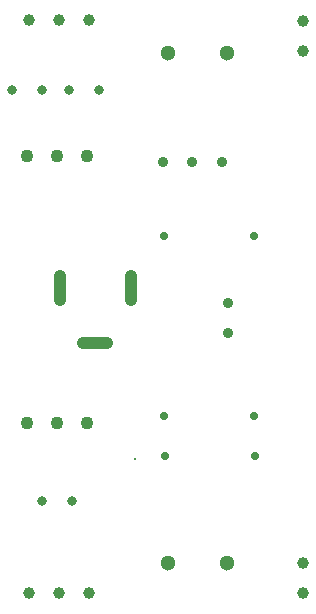
<source format=gbr>
%TF.GenerationSoftware,KiCad,Pcbnew,9.0.5*%
%TF.CreationDate,2025-11-01T14:33:04+06:00*%
%TF.ProjectId,power_supply_breadboard,706f7765-725f-4737-9570-706c795f6272,1*%
%TF.SameCoordinates,Original*%
%TF.FileFunction,Plated,1,2,PTH,Mixed*%
%TF.FilePolarity,Positive*%
%FSLAX46Y46*%
G04 Gerber Fmt 4.6, Leading zero omitted, Abs format (unit mm)*
G04 Created by KiCad (PCBNEW 9.0.5) date 2025-11-01 14:33:04*
%MOMM*%
%LPD*%
G01*
G04 APERTURE LIST*
%TA.AperFunction,ViaDrill*%
%ADD10C,0.300000*%
%TD*%
%TA.AperFunction,ComponentDrill*%
%ADD11C,0.700000*%
%TD*%
%TA.AperFunction,ComponentDrill*%
%ADD12C,0.800000*%
%TD*%
%TA.AperFunction,ComponentDrill*%
%ADD13C,0.900000*%
%TD*%
%TA.AperFunction,ComponentDrill*%
%ADD14C,1.000000*%
%TD*%
G04 aperture for slot hole*
%TA.AperFunction,ComponentDrill*%
%ADD15C,1.000000*%
%TD*%
%TA.AperFunction,ComponentDrill*%
%ADD16C,1.100000*%
%TD*%
%TA.AperFunction,ComponentDrill*%
%ADD17C,1.300000*%
%TD*%
G04 APERTURE END LIST*
D10*
X183134000Y-125476000D03*
D11*
%TO.C,R1*%
X185626612Y-106562214D03*
%TO.C,R2*%
X185648000Y-121818000D03*
%TO.C,R3*%
X185674000Y-125222000D03*
%TO.C,R1*%
X193246612Y-106562214D03*
%TO.C,R2*%
X193268000Y-121818000D03*
%TO.C,R3*%
X193294000Y-125222000D03*
D12*
%TO.C,C3*%
X172760000Y-94234000D03*
X175260000Y-94234000D03*
%TO.C,C2*%
X175300000Y-129032000D03*
%TO.C,C1*%
X177586000Y-94234000D03*
%TO.C,C2*%
X177800000Y-129032000D03*
%TO.C,C1*%
X180086000Y-94234000D03*
D13*
%TO.C,S1*%
X185500000Y-100330000D03*
X188000000Y-100330000D03*
X190500000Y-100330000D03*
%TO.C,D1*%
X191008000Y-112268000D03*
X191008000Y-114808000D03*
D14*
%TO.C,J3*%
X174188455Y-88332857D03*
%TO.C,J7*%
X174188455Y-136859153D03*
%TO.C,J3*%
X176728455Y-88332857D03*
%TO.C,J7*%
X176728455Y-136859153D03*
D15*
%TO.C,J1*%
X176784000Y-111998000D02*
X176784000Y-109998000D01*
D14*
%TO.C,J3*%
X179268455Y-88332857D03*
%TO.C,J7*%
X179268455Y-136859153D03*
D15*
%TO.C,J1*%
X180784000Y-115698000D02*
X178784000Y-115698000D01*
X182784000Y-111998000D02*
X182784000Y-109998000D01*
D14*
%TO.C,J6*%
X197355673Y-88382001D03*
X197355673Y-90922001D03*
%TO.C,J4*%
X197355673Y-134327825D03*
X197355673Y-136867825D03*
D16*
%TO.C,U2*%
X173990000Y-99822000D03*
%TO.C,U1*%
X173990000Y-122428000D03*
%TO.C,U2*%
X176530000Y-99822000D03*
%TO.C,U1*%
X176530000Y-122428000D03*
%TO.C,U2*%
X179070000Y-99822000D03*
%TO.C,U1*%
X179070000Y-122428000D03*
D17*
%TO.C,J5*%
X185963438Y-91079756D03*
%TO.C,J2*%
X185963438Y-134300105D03*
%TO.C,J5*%
X190963438Y-91079756D03*
%TO.C,J2*%
X190963438Y-134300105D03*
M02*

</source>
